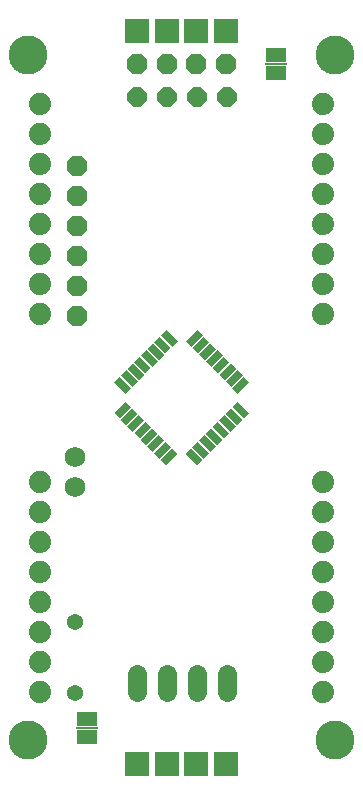
<source format=gbs>
G75*
G70*
%OFA0B0*%
%FSLAX24Y24*%
%IPPOS*%
%LPD*%
%AMOC8*
5,1,8,0,0,1.08239X$1,22.5*
%
%ADD10C,0.1300*%
%ADD11C,0.0740*%
%ADD12R,0.0540X0.0260*%
%ADD13R,0.0260X0.0540*%
%ADD14R,0.0670X0.0500*%
%ADD15R,0.0720X0.0060*%
%ADD16C,0.0640*%
%ADD17OC8,0.0634*%
%ADD18R,0.0827X0.0827*%
%ADD19C,0.0540*%
%ADD20C,0.0690*%
%ADD21OC8,0.0670*%
D10*
X001306Y002606D03*
X011542Y002606D03*
X011542Y025441D03*
X001306Y025441D03*
D11*
X001700Y023823D03*
X001700Y022823D03*
X001700Y021823D03*
X001700Y020823D03*
X001700Y019823D03*
X001700Y018823D03*
X001700Y017823D03*
X001700Y016823D03*
X001700Y011224D03*
X001700Y010224D03*
X001700Y009224D03*
X001700Y008224D03*
X001700Y007224D03*
X001700Y006224D03*
X001700Y005224D03*
X001700Y004224D03*
X011149Y004224D03*
X011149Y005224D03*
X011149Y006224D03*
X011149Y007224D03*
X011149Y008224D03*
X011149Y009224D03*
X011149Y010224D03*
X011149Y011224D03*
X011149Y016823D03*
X011149Y017823D03*
X011149Y018823D03*
X011149Y019823D03*
X011149Y020823D03*
X011149Y021823D03*
X011149Y022823D03*
X011149Y023823D03*
D12*
G36*
X008301Y013890D02*
X008681Y013510D01*
X008497Y013326D01*
X008117Y013706D01*
X008301Y013890D01*
G37*
G36*
X008078Y013667D02*
X008458Y013287D01*
X008274Y013103D01*
X007894Y013483D01*
X008078Y013667D01*
G37*
G36*
X007855Y013445D02*
X008235Y013065D01*
X008051Y012881D01*
X007671Y013261D01*
X007855Y013445D01*
G37*
G36*
X007633Y013222D02*
X008013Y012842D01*
X007829Y012658D01*
X007449Y013038D01*
X007633Y013222D01*
G37*
G36*
X007410Y012999D02*
X007790Y012619D01*
X007606Y012435D01*
X007226Y012815D01*
X007410Y012999D01*
G37*
G36*
X007187Y012777D02*
X007567Y012397D01*
X007383Y012213D01*
X007003Y012593D01*
X007187Y012777D01*
G37*
G36*
X006964Y012554D02*
X007344Y012174D01*
X007160Y011990D01*
X006780Y012370D01*
X006964Y012554D01*
G37*
G36*
X006742Y012331D02*
X007122Y011951D01*
X006938Y011767D01*
X006558Y012147D01*
X006742Y012331D01*
G37*
G36*
X005243Y015612D02*
X005623Y015232D01*
X005439Y015048D01*
X005059Y015428D01*
X005243Y015612D01*
G37*
G36*
X005020Y015389D02*
X005400Y015009D01*
X005216Y014825D01*
X004836Y015205D01*
X005020Y015389D01*
G37*
G36*
X004797Y015167D02*
X005177Y014787D01*
X004993Y014603D01*
X004613Y014983D01*
X004797Y015167D01*
G37*
G36*
X004574Y014944D02*
X004954Y014564D01*
X004770Y014380D01*
X004390Y014760D01*
X004574Y014944D01*
G37*
G36*
X004352Y014721D02*
X004732Y014341D01*
X004548Y014157D01*
X004168Y014537D01*
X004352Y014721D01*
G37*
G36*
X005465Y015835D02*
X005845Y015455D01*
X005661Y015271D01*
X005281Y015651D01*
X005465Y015835D01*
G37*
G36*
X005688Y016057D02*
X006068Y015677D01*
X005884Y015493D01*
X005504Y015873D01*
X005688Y016057D01*
G37*
G36*
X005911Y016280D02*
X006291Y015900D01*
X006107Y015716D01*
X005727Y016096D01*
X005911Y016280D01*
G37*
D13*
G36*
X006938Y016280D02*
X007122Y016096D01*
X006742Y015716D01*
X006558Y015900D01*
X006938Y016280D01*
G37*
G36*
X007160Y016057D02*
X007344Y015873D01*
X006964Y015493D01*
X006780Y015677D01*
X007160Y016057D01*
G37*
G36*
X007383Y015835D02*
X007567Y015651D01*
X007187Y015271D01*
X007003Y015455D01*
X007383Y015835D01*
G37*
G36*
X007606Y015612D02*
X007790Y015428D01*
X007410Y015048D01*
X007226Y015232D01*
X007606Y015612D01*
G37*
G36*
X007829Y015389D02*
X008013Y015205D01*
X007633Y014825D01*
X007449Y015009D01*
X007829Y015389D01*
G37*
G36*
X008051Y015167D02*
X008235Y014983D01*
X007855Y014603D01*
X007671Y014787D01*
X008051Y015167D01*
G37*
G36*
X008274Y014944D02*
X008458Y014760D01*
X008078Y014380D01*
X007894Y014564D01*
X008274Y014944D01*
G37*
G36*
X008497Y014721D02*
X008681Y014537D01*
X008301Y014157D01*
X008117Y014341D01*
X008497Y014721D01*
G37*
G36*
X006107Y012331D02*
X006291Y012147D01*
X005911Y011767D01*
X005727Y011951D01*
X006107Y012331D01*
G37*
G36*
X005884Y012554D02*
X006068Y012370D01*
X005688Y011990D01*
X005504Y012174D01*
X005884Y012554D01*
G37*
G36*
X005661Y012777D02*
X005845Y012593D01*
X005465Y012213D01*
X005281Y012397D01*
X005661Y012777D01*
G37*
G36*
X005439Y012999D02*
X005623Y012815D01*
X005243Y012435D01*
X005059Y012619D01*
X005439Y012999D01*
G37*
G36*
X005216Y013222D02*
X005400Y013038D01*
X005020Y012658D01*
X004836Y012842D01*
X005216Y013222D01*
G37*
G36*
X004993Y013445D02*
X005177Y013261D01*
X004797Y012881D01*
X004613Y013065D01*
X004993Y013445D01*
G37*
G36*
X004770Y013667D02*
X004954Y013483D01*
X004574Y013103D01*
X004390Y013287D01*
X004770Y013667D01*
G37*
G36*
X004548Y013890D02*
X004732Y013706D01*
X004352Y013326D01*
X004168Y013510D01*
X004548Y013890D01*
G37*
D14*
X003275Y003300D03*
X003275Y002700D03*
X009574Y024846D03*
X009574Y025446D03*
D15*
X009574Y025146D03*
X003275Y003000D03*
D16*
X004924Y004200D02*
X004924Y004800D01*
X005924Y004800D02*
X005924Y004200D01*
X006924Y004200D02*
X006924Y004800D01*
X007924Y004800D02*
X007924Y004200D01*
D17*
X007924Y024054D03*
X006924Y024054D03*
X005924Y024054D03*
X004924Y024054D03*
D18*
X004948Y026228D03*
X005932Y026228D03*
X006916Y026228D03*
X007901Y026228D03*
X007901Y001819D03*
X006916Y001819D03*
X005932Y001819D03*
X004948Y001819D03*
D19*
X002881Y004181D03*
X002881Y006543D03*
D20*
X002881Y011055D03*
X002881Y012055D03*
D21*
X002920Y016756D03*
X002920Y017756D03*
X002920Y018756D03*
X002920Y019756D03*
X002920Y020756D03*
X002920Y021756D03*
X004948Y025146D03*
X005932Y025146D03*
X006916Y025146D03*
X007901Y025146D03*
M02*

</source>
